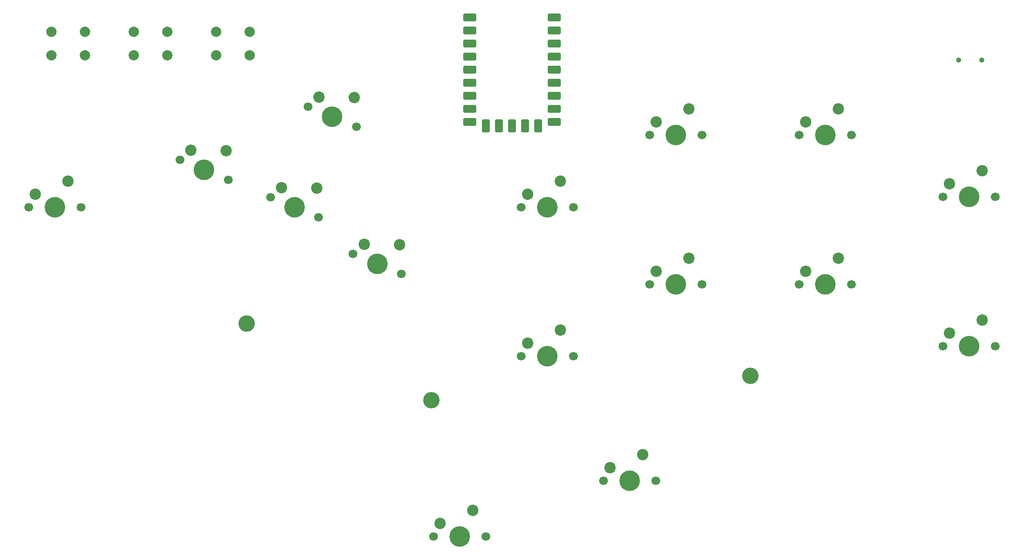
<source format=gbr>
%TF.GenerationSoftware,KiCad,Pcbnew,9.0.2*%
%TF.CreationDate,2025-06-17T17:20:09-07:00*%
%TF.ProjectId,daughter_board,64617567-6874-4657-925f-626f6172642e,rev?*%
%TF.SameCoordinates,Original*%
%TF.FileFunction,Soldermask,Bot*%
%TF.FilePolarity,Negative*%
%FSLAX46Y46*%
G04 Gerber Fmt 4.6, Leading zero omitted, Abs format (unit mm)*
G04 Created by KiCad (PCBNEW 9.0.2) date 2025-06-17 17:20:09*
%MOMM*%
%LPD*%
G01*
G04 APERTURE LIST*
G04 Aperture macros list*
%AMRoundRect*
0 Rectangle with rounded corners*
0 $1 Rounding radius*
0 $2 $3 $4 $5 $6 $7 $8 $9 X,Y pos of 4 corners*
0 Add a 4 corners polygon primitive as box body*
4,1,4,$2,$3,$4,$5,$6,$7,$8,$9,$2,$3,0*
0 Add four circle primitives for the rounded corners*
1,1,$1+$1,$2,$3*
1,1,$1+$1,$4,$5*
1,1,$1+$1,$6,$7*
1,1,$1+$1,$8,$9*
0 Add four rect primitives between the rounded corners*
20,1,$1+$1,$2,$3,$4,$5,0*
20,1,$1+$1,$4,$5,$6,$7,0*
20,1,$1+$1,$6,$7,$8,$9,0*
20,1,$1+$1,$8,$9,$2,$3,0*%
G04 Aperture macros list end*
%ADD10C,1.700000*%
%ADD11C,4.000000*%
%ADD12C,2.200000*%
%ADD13C,2.000000*%
%ADD14C,3.200000*%
%ADD15C,1.000000*%
%ADD16RoundRect,0.400000X0.900000X0.400000X-0.900000X0.400000X-0.900000X-0.400000X0.900000X-0.400000X0*%
%ADD17RoundRect,0.400050X0.899950X0.400050X-0.899950X0.400050X-0.899950X-0.400050X0.899950X-0.400050X0*%
%ADD18RoundRect,0.400000X0.400000X0.900000X-0.400000X0.900000X-0.400000X-0.900000X0.400000X-0.900000X0*%
%ADD19RoundRect,0.393700X0.393700X0.906300X-0.393700X0.906300X-0.393700X-0.906300X0.393700X-0.906300X0*%
G04 APERTURE END LIST*
D10*
%TO.C,SW12*%
X181007364Y-86564873D03*
D11*
X186087364Y-86564873D03*
D10*
X191167364Y-86564873D03*
D12*
X188627364Y-81484873D03*
X182277364Y-84024873D03*
%TD*%
D13*
%TO.C,SW17*%
X87250000Y-42000000D03*
X80750000Y-42000000D03*
X87250000Y-37500000D03*
X80750000Y-37500000D03*
%TD*%
D10*
%TO.C,SW13*%
X210007364Y-86564873D03*
D11*
X215087364Y-86564873D03*
D10*
X220167364Y-86564873D03*
D12*
X217627364Y-81484873D03*
X211277364Y-84024873D03*
%TD*%
D14*
%TO.C,H2*%
X138608320Y-109085920D03*
%TD*%
D10*
%TO.C,SW3*%
X123363384Y-80611936D03*
D11*
X128056692Y-82555968D03*
D10*
X132750000Y-84500000D03*
D12*
X132347378Y-78834676D03*
X125508727Y-78751290D03*
%TD*%
D10*
%TO.C,SW15*%
X172007364Y-124751647D03*
D11*
X177087364Y-124751647D03*
D10*
X182167364Y-124751647D03*
D12*
X179627364Y-119671647D03*
X173277364Y-122211647D03*
%TD*%
D10*
%TO.C,SW1*%
X89694308Y-62336179D03*
D11*
X94387616Y-64280211D03*
D10*
X99080924Y-66224243D03*
D12*
X98678302Y-60558919D03*
X91839651Y-60475533D03*
%TD*%
D10*
%TO.C,SW10*%
X238007364Y-69564873D03*
D11*
X243087364Y-69564873D03*
D10*
X248167364Y-69564873D03*
D12*
X245627364Y-64484873D03*
X239277364Y-67024873D03*
%TD*%
D14*
%TO.C,H3*%
X200587364Y-104355434D03*
%TD*%
D10*
%TO.C,SW8*%
X181007364Y-57564873D03*
D11*
X186087364Y-57564873D03*
D10*
X191167364Y-57564873D03*
D12*
X188627364Y-52484873D03*
X182277364Y-55024873D03*
%TD*%
D13*
%TO.C,SW16*%
X71250000Y-42000000D03*
X64750000Y-42000000D03*
X71250000Y-37500000D03*
X64750000Y-37500000D03*
%TD*%
D14*
%TO.C,H1*%
X102663706Y-94162963D03*
%TD*%
D10*
%TO.C,SW2*%
X107294213Y-69626298D03*
D11*
X111987521Y-71570330D03*
D10*
X116680829Y-73514362D03*
D12*
X116278207Y-67849038D03*
X109439556Y-67765652D03*
%TD*%
D10*
%TO.C,SW9*%
X210007364Y-57564873D03*
D11*
X215087364Y-57564873D03*
D10*
X220167364Y-57564873D03*
D12*
X217627364Y-52484873D03*
X211277364Y-55024873D03*
%TD*%
D15*
%TO.C,J1*%
X245500000Y-43000000D03*
X241000000Y-43000000D03*
%TD*%
D10*
%TO.C,SW7*%
X156007364Y-71564873D03*
D11*
X161087364Y-71564873D03*
D10*
X166167364Y-71564873D03*
D12*
X163627364Y-66484873D03*
X157277364Y-69024873D03*
%TD*%
D10*
%TO.C,SW11*%
X156007364Y-100564873D03*
D11*
X161087364Y-100564873D03*
D10*
X166167364Y-100564873D03*
D12*
X163627364Y-95484873D03*
X157277364Y-98024873D03*
%TD*%
D10*
%TO.C,SW4*%
X114584332Y-52026393D03*
D11*
X119277640Y-53970425D03*
D10*
X123970948Y-55914457D03*
D12*
X123568326Y-50249133D03*
X116729675Y-50165747D03*
%TD*%
D10*
%TO.C,SW14*%
X238007364Y-98564873D03*
D11*
X243087364Y-98564873D03*
D10*
X248167364Y-98564873D03*
D12*
X245627364Y-93484873D03*
X239277364Y-96024873D03*
%TD*%
D13*
%TO.C,SW18*%
X96750000Y-37500000D03*
X103250000Y-37500000D03*
X96750000Y-42000000D03*
X103250000Y-42000000D03*
%TD*%
D10*
%TO.C,SW6*%
X139007364Y-135564873D03*
D11*
X144087364Y-135564873D03*
D10*
X149167364Y-135564873D03*
D12*
X146627364Y-130484873D03*
X140277364Y-133024873D03*
%TD*%
D10*
%TO.C,SW5*%
X60338288Y-71556569D03*
D11*
X65418288Y-71556569D03*
D10*
X70498288Y-71556569D03*
D12*
X67958288Y-66476569D03*
X61608288Y-69016569D03*
%TD*%
D16*
%TO.C,RZ1*%
X146026102Y-34640000D03*
X146026102Y-37180000D03*
X146026102Y-39720000D03*
X146026102Y-42260000D03*
X146026102Y-44800000D03*
D17*
X146026102Y-47340000D03*
X146026102Y-49880000D03*
X146026102Y-52420000D03*
X146026102Y-54960000D03*
D18*
X149166102Y-55770000D03*
D19*
X151706102Y-55770000D03*
X154246102Y-55770000D03*
X156786102Y-55770000D03*
X159326102Y-55770000D03*
D17*
X162466102Y-54960000D03*
X162466102Y-52420000D03*
X162466102Y-49880000D03*
X162466102Y-47340000D03*
X162466102Y-44800000D03*
X162466102Y-42260000D03*
X162466102Y-39720000D03*
X162466102Y-34640000D03*
X162466102Y-37180000D03*
%TD*%
M02*

</source>
